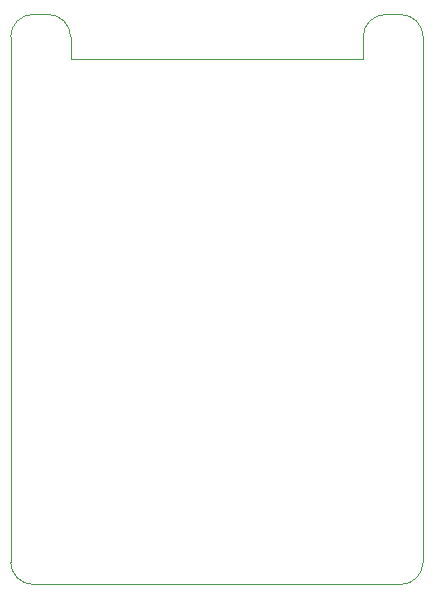
<source format=gbr>
%TF.GenerationSoftware,KiCad,Pcbnew,(5.1.6)-1*%
%TF.CreationDate,2022-03-13T12:34:37-03:00*%
%TF.ProjectId,nRF24L01_Arduino_v2,6e524632-344c-4303-915f-41726475696e,rev?*%
%TF.SameCoordinates,Original*%
%TF.FileFunction,Profile,NP*%
%FSLAX46Y46*%
G04 Gerber Fmt 4.6, Leading zero omitted, Abs format (unit mm)*
G04 Created by KiCad (PCBNEW (5.1.6)-1) date 2022-03-13 12:34:37*
%MOMM*%
%LPD*%
G01*
G04 APERTURE LIST*
%TA.AperFunction,Profile*%
%ADD10C,0.050000*%
%TD*%
G04 APERTURE END LIST*
D10*
X106680000Y-143827500D02*
G75*
G02*
X104775000Y-141922500I0J1905000D01*
G01*
X106680000Y-143827500D02*
X137795000Y-143827500D01*
X139700000Y-141922500D02*
G75*
G02*
X137795000Y-143827500I-1905000J0D01*
G01*
X134620000Y-97472500D02*
G75*
G02*
X136525000Y-95567500I1905000J0D01*
G01*
X137795000Y-95567500D02*
G75*
G02*
X139700000Y-97472500I0J-1905000D01*
G01*
X104775000Y-97472500D02*
G75*
G02*
X106680000Y-95567500I1905000J0D01*
G01*
X107950000Y-95567500D02*
G75*
G02*
X109855000Y-97472500I0J-1905000D01*
G01*
X104775000Y-99377500D02*
X104775000Y-140017500D01*
X139700000Y-140017500D02*
X139700000Y-99377500D01*
X104775000Y-99377500D02*
X104775000Y-97472500D01*
X106680000Y-95567500D02*
X107950000Y-95567500D01*
X109855000Y-97472500D02*
X109855000Y-99377500D01*
X134620000Y-99377500D02*
X134620000Y-97472500D01*
X139700000Y-99377500D02*
X139700000Y-97472500D01*
X134620000Y-99377500D02*
X109855000Y-99377500D01*
X136525000Y-95567500D02*
X137795000Y-95567500D01*
X104775000Y-140017500D02*
X104775000Y-141922500D01*
X139700000Y-140017500D02*
X139700000Y-141922500D01*
M02*

</source>
